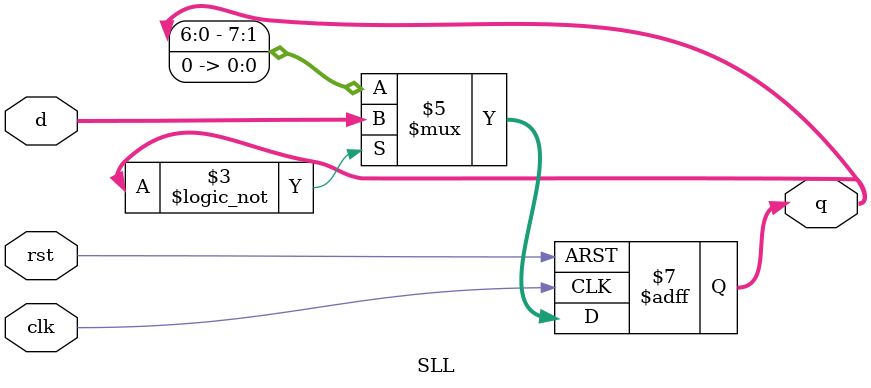
<source format=v>
module SLL(rst, clk, d, q);
input rst, clk;
input [7:0] d;
output reg [7:0] q;

always@(negedge rst, posedge clk)
begin
if(!rst) q = 0;
else begin
	if(!q) q <= d;
	else q[7:0] <= {q[6:0], 1'b0};
end
end

endmodule

</source>
